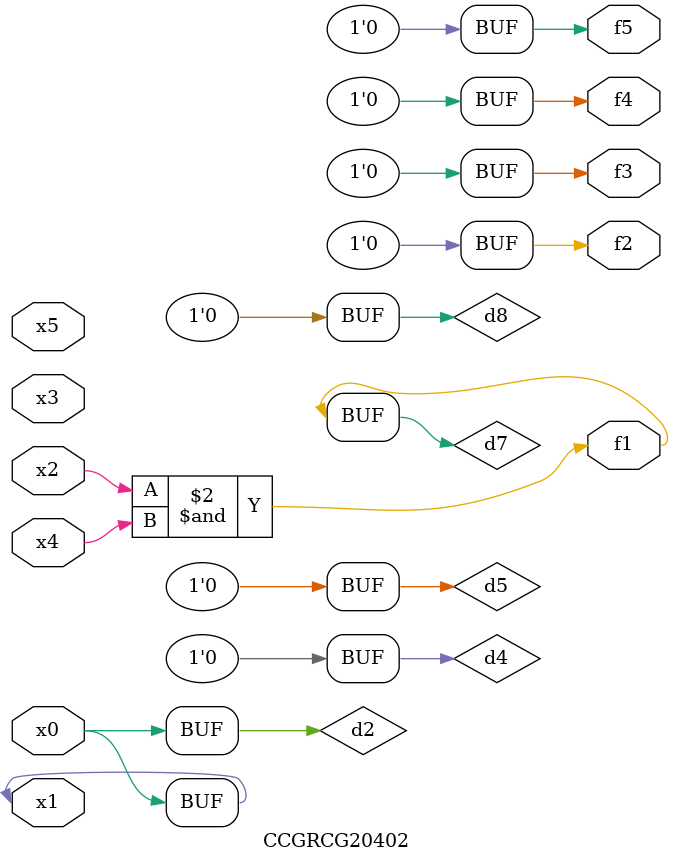
<source format=v>
module CCGRCG20402(
	input x0, x1, x2, x3, x4, x5,
	output f1, f2, f3, f4, f5
);

	wire d1, d2, d3, d4, d5, d6, d7, d8, d9;

	nand (d1, x1);
	buf (d2, x0, x1);
	nand (d3, x2, x4);
	and (d4, d1, d2);
	and (d5, d1, d2);
	nand (d6, d1, d3);
	not (d7, d3);
	xor (d8, d5);
	nor (d9, d5, d6);
	assign f1 = d7;
	assign f2 = d8;
	assign f3 = d8;
	assign f4 = d8;
	assign f5 = d8;
endmodule

</source>
